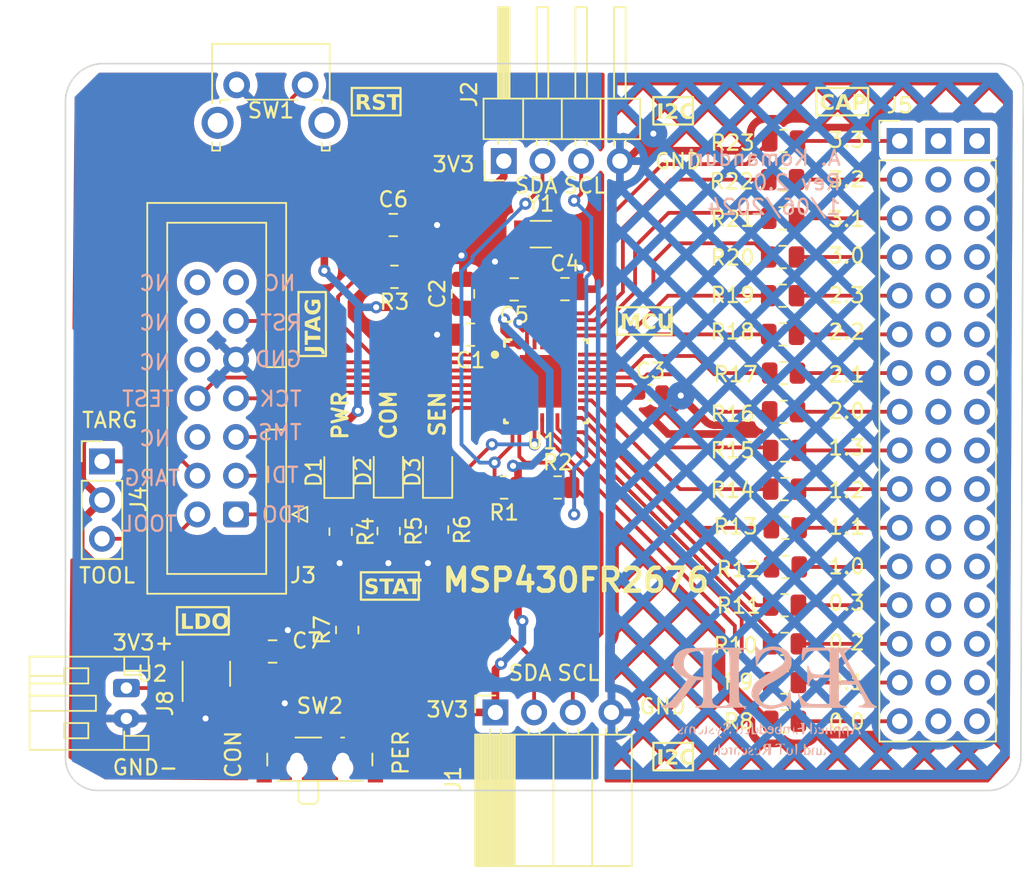
<source format=kicad_pcb>
(kicad_pcb (version 20221018) (generator pcbnew)
  (layers (0 "F.Cu" signal) (31 "B.Cu" signal) (34 "B.Paste" user) (35 "F.Paste" user) (36 "B.SilkS" user "B.Silkscreen") (37 "F.SilkS" user "F.Silkscreen") (38 "B.Mask" user) (39 "F.Mask" user) (44 "Edge.Cuts" user))
  (net 0 "")
  (net 1 "+3V3")
  (net 2 "GND")
  (net 3 "/XOUT")
  (net 4 "/XIN")
  (net 5 "/RST")
  (net 6 "Net-(U2-NR)")
  (net 7 "/P1.0_LED")
  (net 8 "/P1.1_LED")
  (net 9 "/I2C_SDA")
  (net 10 "/I2C_SCL")
  (net 11 "/TDO")
  (net 12 "/VCC_TOOL")
  (net 13 "/TDI")
  (net 14 "/VCC_TARGET")
  (net 15 "/TMS")
  (net 17 "/TCK")
  (net 18 "/TEST")
  (net 23 "Net-(J5-Pin_1)")
  (net 24 "Net-(J5-Pin_2)")
  (net 25 "Net-(J5-Pin_3)")
  (net 26 "Net-(J5-Pin_4)")
  (net 27 "Net-(J5-Pin_5)")
  (net 28 "Net-(J5-Pin_6)")
  (net 29 "Net-(J5-Pin_7)")
  (net 30 "Net-(J5-Pin_8)")
  (net 31 "Net-(J5-Pin_9)")
  (net 32 "Net-(J5-Pin_10)")
  (net 33 "Net-(J5-Pin_11)")
  (net 34 "Net-(J5-Pin_12)")
  (net 35 "Net-(J5-Pin_13)")
  (net 36 "Net-(J5-Pin_14)")
  (net 37 "Net-(J5-Pin_15)")
  (net 38 "Net-(J5-Pin_16)")
  (net 39 "Net-(SW2-B)")
  (net 40 "/P2.2_MODE")
  (net 41 "CAP0.0")
  (net 42 "CAP0.1")
  (net 43 "CAP0.2")
  (net 44 "CAP0.3")
  (net 45 "CAP1.0")
  (net 46 "CAP1.1")
  (net 47 "CAP1.2")
  (net 48 "CAP1.3")
  (net 49 "CAP2.0")
  (net 50 "CAP2.1")
  (net 51 "CAP2.2")
  (net 52 "CAP3.0")
  (net 53 "CAP2.3")
  (net 54 "CAP3.1")
  (net 55 "CAP3.2")
  (net 56 "CAP3.3")
  (net 57 "/VREG")
  (net 58 "Net-(D1-K)")
  (net 59 "Net-(D2-K)")
  (net 60 "Net-(D3-K)")
  (net 61 "Net-(J8-Pin_1)")
  (footprint "Resistor_SMD:R_0805_2012Metric" (layer "F.Cu") (at 155.487 68.18)
    (fp_text reference "R18")
    (fp_text value "470")
  )
  (footprint "Resistor_SMD:R_0805_2012Metric" (layer "F.Cu") (at 155.613 91.04)
    (fp_text reference "R9")
    (fp_text value "470")
  )
  (footprint "Capacitor_SMD:C_0603_1608Metric" (layer "F.Cu") (at 146.8 72)
    (fp_text reference "C3")
    (fp_text value "0u1")
  )
  (footprint "Resistor_SMD:R_0805_2012Metric" (layer "F.Cu") (at 155.613 88.5)
    (fp_text reference "R10")
    (fp_text value "470")
  )
  (footprint "AESIRLab:CSA_48PN_RECPT" (layer "F.Cu") (at 163.17 55.48)
    (fp_text reference "J5")
    (fp_text value "DINA")
  )
  (footprint "Capacitor_SMD:C_0805_2012Metric" (layer "F.Cu") (at 134.989892 68.2 180)
    (fp_text reference "C1")
    (fp_text value "4u7")
  )
  (footprint "Resistor_SMD:R_0805_2012Metric" (layer "F.Cu") (at 129.621228 81.09412 -90)
    (fp_text reference "R5")
    (fp_text value "10k")
  )
  (footprint "Resistor_SMD:R_0805_2012Metric" (layer "F.Cu") (at 155.55 70.72)
    (fp_text reference "R17")
    (fp_text value "470")
  )
  (footprint "Resistor_SMD:R_0805_2012Metric" (layer "F.Cu") (at 137.2 78.232 180)
    (fp_text reference "R1")
    (fp_text value "10k")
  )
  (footprint "LED_SMD:LED_0805_2012Metric" (layer "F.Cu") (at 132.834097 77.227414 90)
    (fp_text reference "D3")
    (fp_text value "BLUE")
  )
  (footprint "Capacitor_SMD:C_0805_2012Metric" (layer "F.Cu") (at 129.924 61)
    (fp_text reference "C6")
    (fp_text value "1n")
  )
  (footprint "Resistor_SMD:R_0805_2012Metric" (layer "F.Cu") (at 155.613 93.58)
    (fp_text reference "R8")
    (fp_text value "470")
  )
  (footprint "Resistor_SMD:R_0805_2012Metric" (layer "F.Cu") (at 155.487 65.64)
    (fp_text reference "R19")
    (fp_text value "470")
  )
  (footprint "Connector_IDC:IDC-Header_2x07_P2.54mm_Vertical" (layer "F.Cu") (at 119.6 80 180)
    (fp_text reference "J3")
    (fp_text value "Conn_02x07_Odd_Even")
  )
  (footprint "Resistor_SMD:R_0805_2012Metric" (layer "F.Cu") (at 155.66837 83.449653)
    (fp_text reference "R12")
    (fp_text value "470")
  )
  (footprint "Connector_PinHeader_2.54mm:PinHeader_1x04_P2.54mm_Horizontal" (layer "F.Cu") (at 137.18 56.8 90)
    (fp_text reference "J2")
    (fp_text value "Conn_01x04")
  )
  (footprint "Resistor_SMD:R_0805_2012Metric" (layer "F.Cu") (at 140.716 78.232)
    (fp_text reference "R2")
    (fp_text value "10k")
  )
  (footprint "Button_Switch_SMD:SW_SPDT_PCM12" (layer "F.Cu") (at 125.1 95.77)
    (fp_text reference "SW2")
    (fp_text value "SW_SPDT")
  )
  (footprint "Resistor_SMD:R_0805_2012Metric" (layer "F.Cu") (at 155.487 63.1)
    (fp_text reference "R20")
    (fp_text value "470")
  )
  (footprint "Resistor_SMD:R_0805_2012Metric" (layer "F.Cu") (at 155.55 73.26)
    (fp_text reference "R16")
    (fp_text value "470")
  )
  (footprint "Resistor_SMD:R_0805_2012Metric" (layer "F.Cu") (at 155.487 58.02)
    (fp_text reference "R22")
    (fp_text value "470")
  )
  (footprint "Resistor_SMD:R_0805_2012Metric" (layer "F.Cu") (at 126.466309 81.133567 -90)
    (fp_text reference "R4")
    (fp_text value "10k")
  )
  (footprint "Resistor_SMD:R_0805_2012Metric" (layer "F.Cu") (at 155.613 78.34)
    (fp_text reference "R14")
    (fp_text value "470")
  )
  (footprint "Resistor_SMD:R_0805_2012Metric" (layer "F.Cu") (at 126.9 87.5875 90)
    (fp_text reference "R7")
    (fp_text value "10k")
  )
  (footprint "Resistor_SMD:R_0805_2012Metric" (layer "F.Cu") (at 130 64.4 180)
    (fp_text reference "R3")
    (fp_text value "47k")
  )
  (footprint "Capacitor_SMD:C_0805_2012Metric" (layer "F.Cu") (at 122 89)
    (fp_text reference "C7")
    (fp_text value "10n")
  )
  (footprint "Capacitor_SMD:C_0805_2012Metric" (layer "F.Cu") (at 141.2 65.20929)
    (fp_text reference "C4")
    (fp_text value "22p")
  )
  (footprint "Button_Switch_THT:SW_Tactile_SPST_Angled_PTS645Vx39-2LFS" (layer "F.Cu") (at 119.64 51.8)
    (fp_text reference "SW1")
    (fp_text value "SW_Push")
  )
  (footprint "Connector_JST:JST_PH_S2B-PH-K_1x02_P2.00mm_Horizontal" (layer "F.Cu") (at 112.4 91.4 -90)
    (fp_text reference "J8")
    (fp_text value "Conn_01x02")
  )
  (footprint "Resistor_SMD:R_0805_2012Metric" (layer "F.Cu") (at 155.660275 80.88)
    (fp_text reference "R13")
    (fp_text value "470")
  )
  (footprint "Package_TO_SOT_SMD:SOT-23-5" (layer "F.Cu") (at 117.65 90.4625 90)
    (fp_text reference "U2")
    (fp_text value "TPS73633DBV")
  )
  (footprint "Connector_PinSocket_2.54mm:PinSocket_1x04_P2.54mm_Horizontal" (layer "F.Cu") (at 136.63 93 90)
    (fp_text reference "J1")
    (fp_text value "Conn_01x04")
  )
  (footprint "LED_SMD:LED_0805_2012Metric" (layer "F.Cu") (at 126.355998 77.236832 90)
    (fp_text reference "D1")
    (fp_text value "GREEN")
  )
  (footprint "Capacitor_SMD:C_0805_2012Metric" (layer "F.Cu") (at 137.860907 65.223302 180)
    (fp_text reference "C5")
    (fp_text value "22p")
  )
  (footprint "Resistor_SMD:R_0805_2012Metric" (layer "F.Cu") (at 155.487 60.56)
    (fp_text reference "R21")
    (fp_text value "470")
  )
  (footprint "Resistor_SMD:R_0805_2012Metric" (layer "F.Cu") (at 155.613 85.96)
    (fp_text reference "R11")
    (fp_text value "470")
  )
  (footprint "MSP430FR2676:RHB0032E" (layer "F.Cu") (at 139.95 71.26)
    (fp_text reference "U1")
    (fp_text value "MSP430FR2676TRHBR")
  )
  (footprint "Capacitor_SMD:C_0805_2012Metric" (layer "F.Cu") (at 134.5 65.515722 90)
    (fp_text reference "C2")
    (fp_text value "10u")
  )
  (footprint "LED_SMD:LED_0805_2012Metric" (layer "F.Cu") (at 129.601332 77.216849 90)
    (fp_text reference "D2")
    (fp_text value "RED")
  )
  (footprint "Connector_PinHeader_2.54mm:PinHeader_1x03_P2.54mm_Vertical" (layer "F.Cu") (at 110.8 76.52)
    (fp_text reference "J4")
    (fp_text value "Conn_01x03")
  )
  (footprint "Resistor_SMD:R_0805_2012Metric" (layer "F.Cu") (at 132.8 81 -90)
    (fp_text reference "R6")
    (fp_text value "10k")
  )
  (footprint "Resistor_SMD:R_0805_2012Metric" (layer "F.Cu") (at 155.613 75.8)
    (fp_text reference "R15")
    (fp_text value "470")
  )
  (footprint "Resistor_SMD:R_0805_2012Metric" (layer "F.Cu") (at 155.55 55.48)
    (fp_text reference "R23")
    (fp_text value "470")
  )
  (footprint "Crystal:Crystal_SMD_3215-2Pin_3.2x1.5mm" (layer "F.Cu") (at 139.607423 61.6)
    (fp_text reference "Y1")
    (fp_text value "32k768")
  )
  (footprint "LOGO" (layer "B.Cu") (at 154.6 92 180)
    (fp_text reference "G***" hide)
    (fp_text value "LOGO" hide)
  )
  (gr_rect (start 115.723007 86.090069) (end 119.123007 87.890069) (stroke (width 0.15)) (fill none) (layer "F.SilkS"))
  (gr_rect (start 123.7 69.6) (end 125.5 65.4) (stroke (width 0.15)) (fill none) (layer "F.SilkS"))
  (gr_rect (start 127.2 52) (end 130.4 53.8) (stroke (width 0.15)) (fill none) (layer "F.SilkS"))
  (gr_rect (start 147 95) (end 149.6 96.8) (stroke (width 0.15)) (fill none) (layer "F.SilkS"))
  (gr_circle (center 136.6 69.511528) (end 136.8 69.511528) (stroke (width 0.15)) (fill solid) (layer "F.SilkS"))
  (gr_rect (start 147 52.6) (end 149.6 54.4) (stroke (width 0.15)) (fill none) (layer "F.SilkS"))
  (gr_rect (start 157.7 52) (end 161.1 53.8) (stroke (width 0.15)) (fill none) (layer "F.SilkS"))
  (gr_rect (start 144.6 66.4) (end 148.2 68.2) (stroke (width 0.15)) (fill none) (layer "F.SilkS"))
  (gr_rect (start 127.8 83.8) (end 131.6 85.6) (stroke (width 0.15)) (fill none) (layer "F.SilkS"))
  (gr_line (start 108.4 52.8) (end 108.4 55.5) (stroke (width 0.1)) (layer "Edge.Cuts"))
  (gr_arc (start 110.597441 98.124354) (mid 109.048194 97.528204) (end 108.4 96) (stroke (width 0.1)) (layer "Edge.Cuts"))
  (gr_line (start 110.597441 98.124354) (end 169.00778 98.12824) (stroke (width 0.1)) (layer "Edge.Cuts"))
  (gr_line (start 169.7 50.4) (end 111 50.4) (stroke (width 0.1)) (layer "Edge.Cuts"))
  (gr_line (start 171.126059 96.096639) (end 171.289788 51.888777) (stroke (width 0.1)) (layer "Edge.Cuts"))
  (gr_arc (start 171.126059 96.096639) (mid 170.473149 97.536001) (end 169.00778 98.12824) (stroke (width 0.1)) (layer "Edge.Cuts"))
  (gr_arc (start 108.4 52.8) (mid 109.202944 51.061522) (end 111 50.4) (stroke (width 0.1)) (layer "Edge.Cuts"))
  (gr_arc (start 169.7 50.400001) (mid 170.764022 50.857) (end 171.289788 51.888777) (stroke (width 0.1)) (layer "Edge.Cuts"))
  (gr_line (start 108.4 55.5) (end 108.4 96) (stroke (width 0.1)) (layer "Edge.Cuts"))
  (gr_text "A. Komanduri\nRev 2.0\n1/06/2024" (at 159.4 60.4) (layer "B.SilkS") (effects (font (size 1 1)) (justify left bottom mirror)))
  (gr_text "TDO" (at 124.2 80.6) (layer "B.SilkS") (effects (font (size 1 1)) (justify left bottom mirror)))
  (gr_text "RST" (at 124 68) (layer "B.SilkS") (effects (font (size 1 1)) (justify left bottom mirror)))
  (gr_text "TARG" (at 116 78.2) (layer "B.SilkS") (effects (font (size 1 1)) (justify left bottom mirror)))
  (gr_text "NC" (at 115.4 68) (layer "B.SilkS") (effects (font (size 1 1)) (justify left bottom mirror)))
  (gr_text "TMS" (at 124 75.2) (layer "B.SilkS") (effects (font (size 1 1)) (justify left bottom mirror)))
  (gr_text "NC" (at 115.4 65.4) (layer "B.SilkS") (effects (font (size 1 1)) (justify left bottom mirror)))
  (gr_text "TDI" (at 123.8 78) (layer "B.SilkS") (effects (font (size 1 1)) (justify left bottom mirror)))
  (gr_text "TCK" (at 124 73) (layer "B.SilkS") (effects (font (size 1 1)) (justify left bottom mirror)))
  (gr_text "TOOL" (at 115.8 81.2) (layer "B.SilkS") (effects (font (size 1 1)) (justify left bottom mirror)))
  (gr_text "NC" (at 123.6 65.4) (layer "B.SilkS") (effects (font (size 1 1)) (justify left bottom mirror)))
  (gr_text "NC" (at 115.4 70.6) (layer "B.SilkS") (effects (font (size 1 1)) (justify left bottom mirror)))
  (gr_text "NC" (at 115.4 75.6) (layer "B.SilkS") (effects (font (size 1 1)) (justify left bottom mirror)))
  (gr_text "TEST" (at 115.6 73) (layer "B.SilkS") (effects (font (size 1 1)) (justify left bottom mirror)))
  (gr_text "GND" (at 124 70.4) (layer "B.SilkS") (effects (font (size 1 1)) (justify left bottom mirror)))
  (gr_text "PWR" (at 127.028397 75.2 90) (layer "F.SilkS") (effects (font (size 1 1) (thickness 0.2) bold) (justify left bottom)))
  (gr_text "GND-" (at 111.4 97.2) (layer "F.SilkS") (effects (font (size 1 1)) (justify left bottom)))
  (gr_text "3V3" (at 132 93.4) (layer "F.SilkS") (effects (font (size 1 1)) (justify left bottom)))
  (gr_text "1.1" (at 158.4 81.4) (layer "F.SilkS") (effects (font (size 1 1)) (justify left bottom)))
  (gr_text "0.0" (at 158.4 94.2) (layer "F.SilkS") (effects (font (size 1 1)) (justify left bottom)))
  (gr_text "MCU" (at 144.8 68) (layer "F.SilkS") (effects (font (size 1 1) (thickness 0.2) bold) (justify left bottom)))
  (gr_text "SDA" (at 137.8 59) (layer "F.SilkS") (effects (font (size 1 1)) (justify left bottom)))
  (gr_text "0.3" (at 158.4 86.4) (layer "F.SilkS") (effects (font (size 1 1)) (justify left bottom)))
  (gr_text "SCL" (at 140.6 91) (layer "F.SilkS") (effects (font (size 1 1)) (justify left bottom)))
  (gr_text "GND" (at 147 57.4) (layer "F.SilkS") (effects (font (size 1 1)) (justify left bottom)))
  (gr_text "LDO" (at 115.923007 87.690069) (layer "F.SilkS") (effects (font (size 1 1) (thickness 0.2) bold) (justify left bottom)))
  (gr_text "3.1" (at 158.4 61.2) (layer "F.SilkS") (effects (font (size 1 1)) (justify left bottom)))
  (gr_text "3.3" (at 158.4 56) (layer "F.SilkS") (effects (font (size 1 1)) (justify left bottom)))
  (gr_text "3.2" (at 158.4 58.6) (layer "F.SilkS") (effects (font (size 1 1)) (justify left bottom)))
  (gr_text "2.0" (at 158.4 73.8) (layer "F.SilkS") (effects (font (size 1 1)) (justify left bottom)))
  (gr_text "3V3+" (at 111.4 89) (layer "F.SilkS") (effects (font (size 1 1)) (justify left bottom)))
  (gr_text "CON" (at 120 97.4 90) (layer "F.SilkS") (effects (font (size 1 1)) (justify left bottom)))
  (gr_text "0.1" (at 158.4 91.6) (layer "F.SilkS") (effects (font (size 1 1)) (justify left bottom)))
  (gr_text "SDA" (at 137.4 91) (layer "F.SilkS") (effects (font (size 1 1)) (justify left bottom)))
  (gr_text "COM" (at 130.2 75.2 90) (layer "F.SilkS") (effects (font (size 1 1) (thickness 0.2) bold) (justify left bottom)))
  (gr_text "RST" (at 127.4 53.6) (layer "F.SilkS") (effects (font (size 1 1) (thickness 0.2) bold) (justify left bottom)))
  (gr_text "SEN" (at 133.4 75 90) (layer "F.SilkS") (effects (font (size 1 1) (thickness 0.2) bold) (justify left bottom)))
  (gr_text "3V3" (at 132.4 57.6) (layer "F.SilkS") (effects (font (size 1 1)) (justify left bottom)))
  (gr_text "3.0" (at 158.4 63.6) (layer "F.SilkS") (effects (font (size 1 1)) (justify left bottom)))
  (gr_text "1.2" (at 158.4 79) (layer "F.SilkS") (effects (font (size 1 1)) (justify left bottom)))
  (gr_text "1.3" (at 158.4 76.2) (layer "F.SilkS") (effects (font (size 1 1)) (justify left bottom)))
  (gr_text "CAP" (at 157.9 53.6) (layer "F.SilkS") (effects (font (size 1 1) (thickness 0.2) bold) (justify left bottom)))
  (gr_text "MSP430FR2676" (at 133 85.2) (layer "F.SilkS") (effects (font (size 1.5 1.5) (thickness 0.3) bold) (justify left bottom)))
  (gr_text "TOOL" (at 109.2 84.6) (layer "F.SilkS") (effects (font (size 1 1)) (justify left bottom)))
  (gr_text "GND" (at 146 93.2) (layer "F.SilkS") (effects (font (size 1 1)) (justify left bottom)))
  (gr_text "0.2" (at 158.4 89) (layer "F.SilkS") (effects (font (size 1 1)) (justify left bottom)))
  (gr_text "2.3" (at 158.4 66.2) (layer "F.SilkS") (effects (font (size 1 1)) (justify left bottom)))
  (gr_text "JTAG" (at 125.3 69.4 90) (layer "F.SilkS") (effects (font (size 1 1) (thickness 0.2) bold) (justify left bottom)))
  (gr_text "I2C" (at 147.2 54.2) (layer "F.SilkS") (effects (font (size 1 1) (thickness 0.2) bold) (justify left bottom)))
  (gr_text "SCL" (at 141 59) (layer "F.SilkS") (effects (font (size 1 1)) (justify left bottom)))
  (gr_text "STAT" (at 128 85.4) (layer "F.SilkS") (effects (font (size 1 1) (thickness 0.2) bold) (justify left bottom)))
  (gr_text "2.2" (at 158.4 68.6) (layer "F.SilkS") (effects (font (size 1 1)) (justify left bottom)))
  (gr_text "TARG" (at 109.4 74.4) (layer "F.SilkS") (effects (font (size 1 1)) (justify left bottom)))
  (gr_text "PER" (at 131 97.2 90) (layer "F.SilkS") (effects (font (size 1 1)) (justify left bottom)))
  (gr_text "2.1" (at 158.4 71.4) (layer "F.SilkS") (effects (font (size 1 1)) (justify left bottom)))
  (gr_text "1.0" (at 158.4 84) (layer "F.SilkS") (effects (font (size 1 1)) (justify left bottom)))
  (gr_text "I2C" (at 147.2 96.6) (layer "F.SilkS") (effects (font (size 1 1) (thickness 0.2) bold) (justify left bottom)))
  (segment (start 130.9125 65.7125) (end 130.9125 64.4) (width 0.5) (layer "F.Cu") (net 1))
  (segment (start 109.5 77.76) (end 109.5 75.22) (width 0.5) (layer "F.Cu") (net 1))
  (segment (start 128.69 93) (end 127.35 94.34) (width 0.5) (layer "F.Cu") (net 1))
  (segment (start 136.63 93) (end 128.69 93) (width 0.5) (layer "F.Cu") (net 1))
  (segment (start 138.1125 86.7125) (end 138.1125 78.232) (width 0.5) (layer "F.Cu") (net 1))
  (segment (start 130.4 66.4) (end 131 65.8) (width 0.5) (layer "F.Cu") (net 1))
  (segment (start 138.4 87) (end 138.1125 86.7125) (width 0.5) (layer "F.Cu") (net 1))
  (segment (start 137.2 67.935) (end 138.125 68.86) (width 0.5) (layer "F.Cu") (net 1))
  (segment (start 138.1125 77.137099) (end 137.788171 76.81277) (width 0.5) (layer "F.Cu") (net 1))
  (segment (start 135.939892 67.905614) (end 134.5 66.465722) (width 0.25) (layer "F.Cu") (net 1))
  (segment (start 125.4 60.928122) (end 125.4 64) (width 0.5) (layer "F.Cu") (net 1))
  (segment (start 132.434278 62.567804) (end 137.18 57.822082) (width 0.5) (layer "F.Cu") (net 1))
  (segment (start 131 65.8) (end 130.9125 65.7125) (width 0.5) (layer "F.Cu") (net 1))
  (segment (start 136.63 93) (end 136.63 90.17) (width 0.5) (layer "F.Cu") (net 1))
  (segment (start 126.355998 76.299332) (end 126.355998 74.444002) (width 0.5) (layer "F.Cu") (net 1))
  (segment (start 135.939892 68.2) (end 135.939892 67.905614) (width 0.25) (layer "F.Cu") (net 1))
  (segment (start 111.6 57.4) (end 121.871878 57.4) (width 0.5) (layer "F.Cu") (net 1))
  (segment (start 110.4 74.32) (end 110.4 58.6) (width 0.5) (layer "F.Cu") (net 1))
  (segment (start 137.2 67.2) (end 137.2 67.935) (width 0.5) (layer "F.Cu") (net 1))
  (segment (start 138.1125 78.232) (end 139.8035 78.232) (width 0.5) (layer "F.Cu") (net 1))
  (segment (start 138.200001 68.86) (end 136.599892 68.86) (width 0.25) (layer "F.Cu") (net 1))
  (segment (start 109.4 80.46) (end 110.8 79.06) (width 0.5) (layer "F.Cu") (net 1))
  (segment (start 110.4 58.6) (end 111.6 57.4) (width 0.5) (layer "F.Cu") (net 1))
  (segment (start 137.18 57.822082) (end 137.18 56.8) (width 0.5) (layer "F.Cu") (net 1))
  (segment (start 116.400001 89.325) (end 109.4 82.324999) (width 0.5) (layer "F.Cu") (net 1))
  (segment (start 138.1125 78.232) (end 138.1125 77.137099) (width 0.5) (layer "F.Cu") (net 1))
  (segment (start 109.4 82.324999) (end 109.4 80.46) (width 0.5) (layer "F.Cu") (net 1))
  (segment (start 110.8 79.06) (end 109.5 77.76) (width 0.5) (layer "F.Cu") (net 1))
  (segment (start 136.599892 68.86) (end 135.939892 68.2) (width 0.25) (layer "F.Cu") (net 1))
  (segment (start 116.7 89.325) (end 116.400001 89.325) (width 0.5) (layer "F.Cu") (net 1))
  (segment (start 130.9125 64.4) (end 132.434278 64.4) (width 0.5) (layer "F.Cu") (net 1))
  (segment (start 109.5 75.22) (end 110.4 74.32) (width 0.5) (layer "F.Cu") (net 1))
  (segment (start 121.871878 57.4) (end 125.4 60.928122) (width 0.5) (layer "F.Cu") (net 1))
  (segment (start 128.8 66.4) (end 130.4 66.4) (width 0.5) (layer "F.Cu") (net 1))
  (segment (start 126.355998 74.444002) (end 127.6 73.2) (width 0.5) (layer "F.Cu") (net 1))
  (segment (start 136.63 90.17) (end 137 89.8) (width 0.5) (layer "F.Cu") (net 1))
  (segment (start 132.434278 64.4) (end 134.5 66.465722) (width 0.5) (layer "F.Cu") (net 1))
  (segment (start 132.434278 64.4) (end 132.434278 62.567804) (width 0.5) (layer "F.Cu") (net 1))
  (via (at 137.2 67.2) (size 0.8) (drill 0.4) (layers "F.Cu" "B.Cu") (net 1))
  (via (at 137.788171 76.81277) (size 0.8) (drill 0.4) (layers "F.Cu" "B.Cu") (net 1))
  (via (at 137 89.8) (size 0.8) (drill 0.4) (layers "F.Cu" "B.Cu") (net 1))
  (via (at 138.4 87) (size 0.8) (drill 0.4) (layers "F.Cu" "B.Cu") (net 1))
  (via (at 125.4 64) (size 0.8) (drill 0.4) (layers "F.Cu" "B.Cu") (net 1))
  (via (at 127.6 73.2) (size 0.8) (drill 0.4) (layers "F.Cu" "B.Cu") (net 1))
  (via (at 128.8 66.4) (size 0.8) (drill 0.4) (layers "F.Cu" "B.Cu") (net 1))
  (segment (start 140.2 75.602082) (end 140.2 70.602082) (width 0.5) (layer "B.Cu") (net 1))
  (segment (start 138.4 88.4) (end 138.4 87) (width 0.5) (layer "B.Cu") (net 1))
  (segment (start 127.6 66.6) (end 127.8 66.4) (width 0.5) (layer "B.Cu") (net 1))
  (segment (start 137.788171 76.81277) (end 138.989312 76.81277) (width 0.5) (layer "B.Cu") (net 1))
  (segment (start 138.989312 76.81277) (end 140.2 75.602082) (width 0.5) (layer "B.Cu") (net 1))
  (segment (start 137 89.8) (end 138.4 88.4) (width 0.5) (layer "B.Cu") (net 1))
  (segment (start 127.6 73.2) (end 127.6 66.6) (width 0.5) (layer "B.Cu") (net 1))
  (segment (start 140.2 70.602082) (end 137.2 67.602082) (width 0.5) (layer "B.Cu") (net 1))
  (segment (start 127.8 66.4) (end 128.8 66.4) (width 0.5) (layer "B.Cu") (net 1))
  (segment (start 125.4 64) (end 127.8 66.4) (width 0.5) (layer "B.Cu") (net 1))
  (segment (start 137.2 67.602082) (end 137.2 67.2) (width 0.5) (layer "B.Cu") (net 1))
  (segment (start 129.621228 83.178772) (end 129.6 83.2) (width 0.5) (layer "F.Cu") (net 2))
  (segment (start 148.6 72) (end 148.8 72.2) (width 0.5) (layer "F.Cu") (net 2))
  (segment (start 122.85 92.45) (end 122.8 92.4) (width 0.5) (layer "F.Cu") (net 2))
  (segment (start 145.2 56.8) (end 147 55) (width 0.5) (layer "F.Cu") (net 2))
  (segment (start 129.621228 82.00662) (end 129.621228 83.178772) (width 0.5) (layer "F.Cu") (net 2))
  (segment (start 144.8 56.8) (end 145.2 56.8) (width 0.5) (layer "F.Cu") (net 2))
  (segment (start 134.039892 68.2) (end 132.8 68.2) (width 0.5) (layer "F.Cu") (net 2))
  (segment (start 138.7 70.009997) (end 139.95 71.259997) (width 0.25) (layer "F.Cu") (net 2))
  (segment (start 117.65 91.6) (end 117.65 93.35) (width 0.5) (layer "F.Cu") (net 2))
  (segment (start 132.8 81.9125) (end 132.8 82.6) (width 0.5) (layer "F.Cu") (net 2))
  (segment (start 147.575 72) (end 148.6 72) (width 0.5) (layer "F.Cu") (net 2))
  (segment (start 142.15 65.20929) (end 142.15 63.85) (width 0.5) (layer "F.Cu") (net 2))
  (segment (start 138.7 68.86) (end 138.7 67.9) (width 0.25) (layer "F.Cu") (net 2))
  (segment (start 117.65 93.35) (end 117.6 93.4) (width 0.5) (layer "F.Cu") (net 2))
  (segment (start 136.910907 63.710907) (end 136.6 63.4) (width 0.5) (layer "F.Cu") (net 2))
  (segment (start 122.85 94.34) (end 122.85 92.45) (width 0.5) (layer "F.Cu") (net 2))
  (segment (start 138.7 68.86) (end 138.7 70.009997) (width 0.25) (layer "F.Cu") (net 2))
  (segment (start 122.95 89) (end 122.95 87.65) (width 0.5) (layer "F.Cu") (net 2))
  (segment (start 134.5 64.565722) (end 134.5 63.1) (width 0.5) (layer "F.Cu") (net 2))
  (segment (start 138.7 67.9) (end 138.2 67.4) (width 0.25) (layer "F.Cu") (net 2))
  (segment (start 130.874 61) (end 132.8 61) (width 0.5) (layer "F.Cu") (net 2))
  (segment (start 122.95 87.65) (end 123 87.6) (width 0.5) (layer "F.Cu") (net 2))
  (segment (start 126.466309 82.046067) (end 126.466309 83.133691) (width 0.5) (layer "F.Cu") (net 2))
  (segment (start 134.5 63.1) (end 134.4 63) (width 0.5) (layer "F.Cu") (net 2))
  (segment (start 132.8 82.6) (end 132.2 83.2) (width 0.5) (layer "F.Cu") (net 2))
  (segment (start 142.15 63.85) (end 142.2 63.8) (width 0.5) (layer "F.Cu") (net 2))
  (segment (start 126.466309 83.133691) (end 126.4 83.2) (width 0.5) (layer "F.Cu") (net 2))
  (segment (start 136.910907 65.223302) (end 136.910907 63.710907) (width 0.5) (layer "F.Cu") (net 2))
  (via (at 129.6 83.2) (size 0.8) (drill 0.4) (layers "F.Cu" "B.Cu") (net 2))
  (via (at 147 55) (size 0.8) (drill 0.4) (layers "F.Cu" "B.Cu") (net 2))
  (via (at 148.8 72.2) (size 0.8) (drill 0.4) (layers "F.Cu" "B.Cu") (net 2))
  (via (at 122.8 92.4) (size 0.8) (drill 0.4) (layers "F.Cu" "B.Cu") (net 2))
  (via (at 126.4 83.2) (size 0.8) (drill 0.4) (layers "F.Cu" "B.Cu") (net 2))
  (via (at 138.2 67.4) (size 0.8) (drill 0.4) (layers "F.Cu" "B.Cu") (net 2))
  (via (at 136.6 63.4) (size 0.8) (drill 0.4) (layers "F.Cu" "B.Cu") (net 2))
  (via (at 132.8 68.2) (size 0.8) (drill 0.4) (layers "F.Cu" "B.Cu") (net 2))
  (via (at 132.8 61) (size 0.8) (drill 0.4) (layers "F.Cu" "B.Cu") (net 2))
  (via (at 123 87.6) (size 0.8) (drill 0.4) (layers "F.Cu" "B.Cu") (net 2))
  (via (at 142.2 63.8) (size 0.8) (drill 0.4) (layers "F.Cu" "B.Cu") (net 2))
  (via (at 134.4 63) (size 0.8) (drill 0.4) (layers "F.Cu" "B.Cu") (net 2))
  (via (at 132.2 83.2) (size 0.8) (drill 0.4) (layers "F.Cu" "B.Cu") (net 2))
  (via (at 117.6 93.4) (size 0.8) (drill 0.4) (layers "F.Cu" "B.Cu") (net 2))
  (segment (start 140.25 65.20929) (end 140.25 62.207423) (width 0.25) (layer "F.Cu") (net 3))
  (segment (start 139.7 68.86) (end 139.7 67.663608) (width 0.25) (layer "F.Cu") (net 3))
  (segment (start 140 65.45929) (end 140.25 65.20929) (width 0.25) (layer "F.Cu") (net 3))
  (segment (start 140.25 62.207423) (end 140.857423 61.6) (width 0.25) (layer "F.Cu") (net 3))
  (segment (start 140 67.363608) (end 140 65.45929) (width 0.25) (layer "F.Cu") (net 3))
  (segment (start 139.7 67.663608) (end 140 67.363608) (width 0.25) (layer "F.Cu") (net 3))
  (segment (start 139.200002 68.86) (end 139.200002 67.52721) (width 0.25) (layer "F.Cu") (net 4))
  (segment (start 138.810907 65.223302) (end 138.810907 62.053484) (width 0.25) (layer "F.Cu") (net 4))
  (segment (start 139.55 66.05439) (end 138.810907 65.315297) (width 0.25) (layer "F.Cu") (net 4))
  (segment (start 139.200002 67.52721) (end 139.55 67.177212) (width 0.25) (layer "F.Cu") (net 4))
  (segment (start 139.55 67.177212) (end 139.55 66.05439) (width 0.25) (layer "F.Cu") (net 4))
  (segment (start 138.810907 65.315297) (end 138.810907 65.223302) (width 0.25) (layer "F.Cu") (net 4))
  (segment (start 138.810907 62.053484) (end 138.357423 61.6) (width 0.25) (layer "F.Cu") (net 4))
  (segment (start 128.974 61) (end 123.265001 55.291001) (width 0.25) (layer "F.Cu") (net 5))
  (segment (start 129.0875 64.4) (end 129.0875 61.1135) (width 0.25) (layer "F.Cu") (net 5))
  (segment (start 124.6 67.3) (end 119.6 67.3) (width 0.25) (layer "F.Cu") (net 5))
  (segment (start 126.3 67.3) (end 126.3 65.7) (width 0.25) (layer "F.Cu") (net 5))
  (segment (start 126.3 67.3) (end 124.6 67.3) (width 0.25) (layer "F.Cu") (net 5))
  (segment (start 137.55 69.509998) (end 128.509998 69.509998) (width 0.25) (layer "F.Cu") (net 5))
  (segment (start 123.265001 55.291001) (end 123.265001 52.674999) (width 0.25) (layer "F.Cu") (net 5))
  (segment (start 126.3 65.7) (end 127.6 64.4) (width 0.25) (layer "F.Cu") (net 5))
  (segment (start 128.509998 69.509998) (end 126.3 67.3) (width 0.25) (layer "F.Cu") (net 5))
  (segment (start 127.6 64.4) (end 129.0875 64.4) (width 0.25) (layer "F.Cu") (net 5))
  (segment (start 129.0875 61.1135) (end 128.974 61) (width 0.25) (layer "F.Cu") (net 5))
  (segment (start 123.265001 52.674999) (end 124.14 51.8) (width 0.25) (layer "F.Cu") (net 5))
  (segment (start 118.6 89.325) (end 118.925 89) (width 0.25) (layer "F.Cu") (net 6))
  (segment (start 118.925 89) (end 121.05 89) (width 0.25) (layer "F.Cu") (net 6))
  (segment (start 129.601332 73.798668) (end 130.890003 72.509997) (width 0.25) (layer "F.Cu") (net 7))
  (segment (start 130.890003 72.509997) (end 137.55 72.509997) (width 0.25) (layer "F.Cu") (net 7))
  (segment (start 129.601332 76.279349) (end 129.601332 73.798668) (width 0.25) (layer "F.Cu") (net 7))
  (segment (start 132.834097 76.289914) (end 132.834097 74.165903) (width 0.25) (layer "F.Cu") (net 8))
  (segment (start 133.990001 73.009999) (end 137.55 73.009999) (width 0.25) (layer "F.Cu") (net 8))
  (segment (start 132.834097 74.165903) (end 133.990001 73.009999) (width 0.25) (layer "F.Cu") (net 8))
  (segment (start 139.17 89.57) (end 139.17 93) (width 0.25) (layer "F.Cu") (net 9))
  (segment (start 136.574695 76.6) (end 136.574695 77.944805) (width 0.25) (layer "F.Cu") (net 9))
  (segment (start 136.574695 77.944805) (end 136.2875 78.232) (width 0.25) (layer "F.Cu") (net 9))
  (segment (start 136.2875 78.232) (end 136.2875 86.6875) (width 0.25) (layer "F.Cu") (net 9))
  (segment (start 137.75 74.110001) (end 137.75 75.424695) (width 0.25) (layer "F.Cu") (net 9))
  (segment (start 136.574695 78.158805) (end 136.5015 78.232) (width 0.25) (layer "F.Cu") (net 9))
  (segment (start 139.72 56.8) (end 139.72 58.48) (width 0.25) (layer "F.Cu") (net 9))
  (segment (start 137.75 75.424695) (end 136.574695 76.6) (width 0.25) (layer "F.Cu") (net 9))
  (segment (start 139.72 58.48) (end 138.6 59.6) (width 0.25) (layer "F.Cu") (net 9))
  (segment (start 138.200001 73.66) (end 137.75 74.110001) (width 0.25) (layer "F.Cu") (net 9))
  (segment (start 136.2875 86.6875) (end 139.17 89.57) (width 0.25) (layer "F.Cu") (net 9))
  (via (at 138.6 59.6) (size 0.8) (drill 0.4) (layers "F.Cu" "B.Cu") (net 9))
  (via (at 136.574695 76.6) (size 0.8) (drill 0.4) (layers "F.Cu" "B.Cu") (net 9))
  (segment (start 135.125 63.075) (end 135.125 63.300305) (width 0.25) (layer "B.Cu") (net 9))
  (segment (start 136.6 76.6) (end 136.574695 76.6) (width 0.25) (layer "B.Cu") (net 9))
  (segment (start 134.4 64.025305) (end 134.4 75.4) (width 0.25) (layer "B.Cu") (net 9))
  (segment (start 135.6 76.6) (end 136.574695 76.6) (width 0.25) (layer "B.Cu") (net 9))
  (segment (start 138.6 59.6) (end 135.125 63.075) (width 0.25) (layer "B.Cu") (net 9))
  (segment (start 135.125 63.300305) (end 134.4 64.025305) (width 0.25) (layer "B.Cu") (net 9))
  (segment (start 134.4 75.4) (end 135.6 76.6) (width 0.25) (layer "B.Cu") (net 9))
  (segment (start 142.26 56.8) (end 142.26 58.94) (width 0.25) (layer "F.Cu") (net 10))
  (segment (start 141.8 80) (end 141.8 78.4035) (width 0.25) (layer "F.Cu") (net 10))
  (segment (start 141 76.6) (end 138.6 76.6) (width 0.25) (layer "F.Cu") (net 10))
  (segment (start 141.8 78.4035) (end 141.6285 78.232) (width 0.25) (layer "F.Cu") (net 10))
  (segment (start 141.71 93) (end 141.71 89.69) (width 0.25) (layer "F.Cu") (net 10))
  (segment (start 138.6 76.6) (end 138.2 76.2) (width 0.25) (layer "F.Cu") (net 10))
  (segment (start 138.2 74.734999) (end 138.7 74.234999) (width 0.25) (layer "F.Cu") (net 10))
  (segment (start 143.6 80) (end 141.832 78.232) (width 0.25) (layer "F.Cu") (net 10))
  (segment (start 142.26 58.94) (end 141.8 59.4) (width 0.25) (layer "F.Cu") (net 10))
  (segment (start 143.6 87.8) (end 143.6 80) (width 0.25) (layer "F.Cu") (net 10))
  (segment (start 141.71 89.69) (end 143.6 87.8) (width 0.25) (layer "F.Cu") (net 10))
  (segment (start 141.832 78.232) (end 141.6285 78.232) (width 0.25) (layer "F.Cu") (net 10))
  (segment (start 141.6285 77.2285) (end 141 76.6) (width 0.25) (layer "F.Cu") (net 10))
  (segment (start 138.2 76.2) (end 138.2 74.734999) (width 0.25) (layer "F.Cu") (net 10))
  (segment (start 138.7 74.234999) (end 138.7 73.66) (width 0.25) (layer "F.Cu") (net 10))
  (segment (start 141.6285 78.232) (end 141.6285 77.2285) (width 0.25) (layer "F.Cu") (net 10))
  (via (at 141.8 59.4) (size 0.8) (drill 0.4) (layers "F.Cu" "B.Cu") (net 10))
  (via (at 141.8 80) (size 0.8) (drill 0.4) (layers "F.Cu" "B.Cu") (net 10))
  (segment (start 141.8 76.974695) (end 141.8 80) (width 0.25) (layer "B.Cu") (net 10))
  (segment (start 142.6 64.425305) (end 142.6 76.174695) (width 0.25) (layer "B.Cu") (net 10))
  (segment (start 142.6 76.174695) (end 141.8 76.974695) (width 0.25) (layer "B.Cu") (net 10))
  (segment (start 142.925 60.525) (end 142.925 64.100305) (width 0.25) (layer "B.Cu") (net 10))
  (segment (start 142.925 64.100305) (end 142.6 64.425305) (width 0.25) (layer "B.Cu") (net 10))
  (segment (start 141.8 59.4) (end 142.925 60.525) (width 0.25) (layer "B.Cu") (net 10))
  (segment (start 124.6 78) (end 124.6 73.4) (width 0.25) (layer "F.Cu") (net 11))
  (segment (start 119.6 80) (end 122.6 80) (width 0.25) (layer "F.Cu") (net 11))
  (segment (start 122.6 80) (end 124.6 78) (width 0.25) (layer "F.Cu") (net 11))
  (segment (start 125.990002 72.009998) (end 137.55 72.009998) (width 0.25) (layer "F.Cu") (net 11))
  (segment (start 124.6 73.4) (end 125.990002 72.009998) (width 0.25) (layer "F.Cu") (net 11))
  (segment (start 110.8 81.6) (end 115.46 81.6) (width 0.25) (layer "F.Cu") (net 12))
  (segment (start 115.46 81.6) (end 117.06 80) (width 0.25) (layer "F.Cu") (net 12))
  (segment (start 125.69 71.51) (end 137.55 71.51) (width 0.25) (layer "F.Cu") (net 13))
  (segment (start 122.94 77.46) (end 124.15 76.25) (width 0.25) (layer "F.Cu") (net 13))
  (segment (start 124.15 76.25) (end 124.15 73.05) (width 0.25) (layer "F.Cu") (net 13))
  (segment (start 119.6 77.46) (end 122.94 77.46) (width 0.25) (layer "F.Cu") (net 13))
  (segment (start 124.15 73.05) (end 125.69 71.51) (width 0.25) (layer "F.Cu") (net 13))
  (segment (start 110.8 76.52) (end 116.12 76.52) (width 0.25) (layer "F.Cu") (net 14))
  (segment (start 116.12 76.52) (end 117.06 77.46) (width 0.25) (layer "F.Cu") (net 14))
  (segment (start 125.390002 71.009998) (end 137.55 71.009998) (width 0.25) (layer "F.Cu") (net 15))
  (segment (start 123.6 74.2) (end 123.6 72.8) (width 0.25) (layer "F.Cu") (net 15))
  (segment (start 122.88 74.92) (end 123.6 74.2) (width 0.25) (layer "F.Cu") (net 15))
  (segment (start 123.6 72.8) (end 125.390002 71.009998) (width 0.25) (layer "F.Cu") (net 15))
  (segment (start 119.6 74.92) (end 122.88 74.92) (width 0.25) (layer "F.Cu") (net 15))
  (segment (start 124.85 70.55) (end 137.509999 70.55) (width 0.25) (layer "F.Cu") (net 17))
  (segment (start 137.509999 70.55) (end 137.55 70.509999) (width 0.25) (layer "F.Cu") (net 17))
  (segment (start 119.6 72.38) (end 123.02 72.38) (width 0.25) (layer "F.Cu") (net 17))
  (segment (start 123.02 72.38) (end 124.85 70.55) (width 0.25) (layer "F.Cu") (net 17))
  (segment (start 118.425 71.015) (end 122.985 71.015) (width 0.25) (layer "F.Cu") (net 18))
  (segment (start 117.06 72.38) (end 118.425 71.015) (width 0.25) (layer "F.Cu") (net 18))
  (segment (start 123.990003 70.009997) (end 137.55 70.009997) (width 0.25) (layer "F.Cu") (net 18))
  (segment (start 122.985 71.015) (end 123.990003 70.009997) (width 0.25) (layer "F.Cu") (net 18))
  (segment (start 156.4625 55.48) (end 163.17 55.48) (width 0.25) (layer "F.Cu") (net 23))
  (segment (start 156.3995 58.02) (end 163.17 58.02) (width 0.25) (layer "F.Cu") (net 24))
  (segment (start 156.3995 60.56) (end 163.17 60.56) (width 0.25) (layer "F.Cu") (net 25))
  (segment (start 156.3995 63.1) (end 163.17 63.1) (width 0.25) (layer "F.Cu") (net 26))
  (segment (start 156.3995 65.64) (end 163.17 65.64) (width 0.25) (layer "F.Cu") (net 27))
  (segment (start 156.3995 68.18) (end 163.17 68.18) (width 0.25) (layer "F.Cu") (net 28))
  (segment (start 156.4625 70.72) (end 163.17 70.72) (width 0.25) (layer "F.Cu") (net 29))
  (segment (start 156.4625 73.26) (end 163.17 73.26) (width 0.25) (layer "F.Cu") (net 30))
  (segment (start 156.5255 75.8) (end 163.17 75.8) (width 0.25) (layer "F.Cu") (net 31))
  (segment (start 156.5255 78.34) (end 163.17 78.34) (width 0.25) (layer "F.Cu") (net 32))
  (segment (start 156.572775 80.88) (end 163.17 80.88) (width 0.25) (layer "F.Cu") (net 33))
  (segment (start 156.58087 83.449653) (end 163.140347 83.449653) (width 0.25) (layer "F.Cu") (net 34))
  (segment (start 163.140347 83.449653) (end 163.17 83.42) (width 0.25) (layer "F.Cu") (net 34))
  (segment (start 156.5255 85.96) (end 163.17 85.96) (width 0.25) (layer "F.Cu") (net 35))
  (segment (start 156.5255 88.5) (end 163.17 88.5) (width 0.25) (layer "F.Cu") (net 36))
  (segment (start 156.5255 91.04) (end 163.17 91.04) (width 0.25) (layer "F.Cu") (net 37))
  (segment (start 156.5255 93.58) (end 163.17 93.58) (width 0.25) (layer "F.Cu") (net 38))
  (segment (start 126.9 88.5) (end 125.85 89.55) (width 0.25) (layer "F.Cu") (net 39))
  (segment (start 125.85 89.55) (end 125.85 94.34) (width 0.25) (layer "F.Cu") (net 39))
  (segment (start 129.925 86.675) (end 126.9 86.675) (width 0.25) (layer "F.Cu") (net 40))
  (segment (start 136.4 75.4) (end 134.8 77) (width 0.25) (layer "F.Cu") (net 40))
  (segment (start 134.8 81.8) (end 129.925 86.675) (width 0.25) (layer "F.Cu") (net 40))
  (segment (start 139.200002 73.66) (end 139.200002 75.399998) (width 0.25) (layer "F.Cu") (net 40))
  (segment (start 134.8 77) (end 134.8 81.8) (width 0.25) (layer "F.Cu") (net 40))
  (segment (start 139.200002 75.399998) (end 139.2 75.4) (width 0.25) (layer "F.Cu") (net 40))
  (via (at 136.4 75.4) (size 0.8) (drill 0.4) (layers "F.Cu" "B.Cu") (net 40))
  (via (at 139.2 75.4) (size 0.8) (drill 0.4) (layers "F.Cu" "B.Cu") (net 40))
  (segment (start 139.2 75.4) (end 136.4 75.4) (width 0.25) (layer "B.Cu") (net 40))
  (segment (start 152.35 91.2295) (end 154.7005 93.58) (width 0.25) (layer "F.Cu") (net 41))
  (segment (start 139.7 74.663604) (end 152.35 87.313604) (width 0.25) (layer "F.Cu") (net 41))
  (segment (start 139.7 73.66) (end 139.7 74.663604) (width 0.25) (layer "F.Cu") (net 41))
  (segment (start 152.35 87.313604) (end 152.35 91.2295) (width 0.25) (layer "F.Cu") (net 41))
  (segment (start 141.192212 75.5) (end 141.5 75.5) (width 0.25) (layer "F.Cu") (net 42))
  (segment (start 152.8 86.8) (end 152.8 89.1395) (width 0.25) (layer "F.Cu") (net 42))
  (segment (start 140.200002 73.66) (end 140.200002 74.50779) (width 0.25) (layer "F.Cu") (net 42))
  (segment (start 141.5 75.5) (end 152.8 86.8) (width 0.25) (layer "F.Cu") (net 42))
  (segment (start 152.8 89.1395) (end 154.7005 91.04) (width 0.25) (layer "F.Cu") (net 42))
  (segment (start 140.200002 74.50779) (end 141.192212 75.5) (width 0.25) (layer "F.Cu") (net 42))
  (segment (start 140.700001 73.66) (end 140.700001 74.371393) (width 0.25) (layer "F.Cu") (net 43))
  (segment (start 140.700001 74.371393) (end 141.378608 75.05) (width 0.25) (layer "F.Cu") (net 43))
  (segment (start 142.05 75.05) (end 154.7005 87.7005) (width 0.25) (layer "F.Cu") (net 43))
  (segment (start 141.378608 75.05) (end 142.05 75.05) (width 0.25) (layer "F.Cu") (net 43))
  (segment (start 154.7005 87.7005) (end 154.7005 88.5) (width 0.25) (layer "F.Cu") (net 43))
  (segment (start 141.565004 74.6) (end 142.4 74.6) (width 0.25) (layer "F.Cu") (net 44))
  (segment (start 141.2 73.66) (end 141.2 74.234996) (width 0.25) (layer "F.Cu") (net 44))
  (segment (start 153.76 85.96) (end 154.7005 85.96) (width 0.25) (layer "F.Cu") (net 44))
  (segment (start 141.2 74.234996) (end 141.565004 74.6) (width 0.25) (layer "F.Cu") (net 44))
  (segment (start 142.4 74.6) (end 153.76 85.96) (width 0.25) (layer "F.Cu") (net 44))
  (segment (start 141.700002 73.66) (end 142.311803 73.66) (width 0.25) (layer "F.Cu") (net 45))
  (segment (start 142.311803 73.66) (end 152.101456 83.449653) (width 0.25) (layer "F.Cu") (net 45))
  (segment (start 152.101456 83.449653) (end 154.75587 83.449653) (width 0.25) (layer "F.Cu") (net 45))
  (segment (start 150.220001 80.88) (end 154.747775 80.88) (width 0.25) (layer "F.Cu") (net 46))
  (segment (start 142.35 73.009999) (end 150.220001 80.88) (width 0.25) (layer "F.Cu") (net 46))
  (segment (start 142.924996 72.509997) (end 148.754999 78.34) (width 0.25) (layer "F.Cu") (net 47))
  (segment (start 142.35 72.509997) (end 142.924996 72.509997) (width 0.25) (layer "F.Cu") (net 47))
  (segment (start 148.754999 78.34) (end 154.7005 78.34) (width 0.25) (layer "F.Cu") (net 47))
  (segment (start 144.009998 72.009998) (end 147.6 75.6) (width 0.25) (layer "F.Cu") (net 48))
  (segment (start 147.6 75.6) (end 154.5005 75.6) (width 0.25) (layer "F.Cu") (net 48))
  (segment (start 154.5005 75.6) (end 154.7005 75.8) (width 0.25) (layer "F.Cu") (net 48))
  (segment (start 142.35 72.009998) (end 144.009998 72.009998) (width 0.25) (layer "F.Cu") (net 48))
  (segment (start 146.6 70.8) (end 148.6 70.8) (width 0.25) (layer "F.Cu") (net 49))
  (segment (start 142.35 71.009998) (end 146.390002 71.009998) (width 0.25) (layer "F.Cu") (net 49))
  (segment (start 151.06 73.26) (end 154.6375 73.26) (width 0.25) (layer "F.Cu") (net 49))
  (segment (start 146.390002 71.009998) (end 146.6 70.8) (width 0.25) (layer "F.Cu") (net 49))
  (segment (start 148.6 70.8) (end 151.06 73.26) (width 0.25) (layer "F.Cu") (net 49))
  (segment (start 151 70.8) (end 151.08 70.72) (width 0.25) (layer "F.Cu") (net 50))
  (segment (start 146.4 69.6) (end 149.8 69.6) (width 0.25) (layer "F.Cu") (net 50))
  (segment (start 151.08 70.72) (end 154.6375 70.72) (width 0.25) (layer "F.Cu") (net 50))
  (segment (start 149.8 69.6) (end 151 70.8) (width 0.25) (layer "F.Cu") (net 50))
  (segment (start 145.490001 70.509999) (end 146.4 69.6) (width 0.25) (layer "F.Cu") (net 50))
  (segment (start 142.35 70.509999) (end 145.490001 70.509999) (width 0.25) (layer "F.Cu") (net 50))
  (segment (start 144.990003 70.009997) (end 146.82 68.18) (width 0.25) (layer "F.Cu") (net 51))
  (segment (start 142.35 70.009997) (end 144.990003 70.009997) (width 0.25) (layer "F.Cu") (net 51))
  (segment (start 146.82 68.18) (end 154.5745 68.18) (width 0.25) (layer "F.Cu") (net 51))
  (segment (start 141.95 68.25) (end 143.95 68.25) (width 0.25) (layer "F.Cu") (net 52))
  (segment (start 141.700002 68.86) (end 141.700002 68.499998) (width 0.25) (layer "F.Cu") (net 52))
  (segment (start 143.95 68.25) (end 147 65.2) (width 0.25) (layer "F.Cu") (net 52))
  (segment (start 147 65.2) (end 147 63.4) (width 0.25) (layer "F.Cu") (net 52))
  (segment (start 147 63.4) (end 148.2 62.2) (width 0.25) (layer "F.Cu") (net 52))
  (segment (start 148.2 62.2) (end 153.6745 62.2) (width 0.25) (layer "F.Cu") (net 52))
  (segment (start 153.6745 62.2) (end 154.5745 63.1) (width 0.25) (layer "F.Cu") (net 52))
  (segment (start 141.700002 68.499998) (end 141.95 68.25) (width 0.25) (layer "F.Cu") (net 52))
  (segment (start 144.090002 69.509998) (end 147.96 65.64) (width 0.25) (layer "F.Cu") (net 53))
  (segment (start 142.35 69.509998) (end 144.090002 69.509998) (width 0.25) (layer "F.Cu") (net 53))
  (segment (start 147.96 65.64) (end 154.5745 65.64) (width 0.25) (layer "F.Cu") (net 53))
  (segment (start 141.2 68.86) (end 141.2 68.285004) (width 0.25) (layer "F.Cu") (net 54))
  (segment (start 145.8 62.4) (end 148 60.2) (width 0.25) (layer "F.Cu") (net 54))
  (segment (start 141.2 68.285004) (end 141.685004 67.8) (width 0.25) (layer "F.Cu") (net 54))
  (segment (start 145.8 65.4) (end 145.8 62.4) (width 0.25) (layer "F.Cu") (net 54))
  (segment (start 143.4 67.8) (end 145.8 65.4) (width 0.25) (layer "F.Cu") (net 54))
  (segment (start 154.2145 60.2) (end 154.5745 60.56) (width 0.25) (layer "F.Cu") (net 54))
  (segment (start 148 60.2) (end 154.2145 60.2) (width 0.25) (layer "F.Cu") (net 54))
  (segment (start 141.685004 67.8) (end 143.4 67.8) (width 0.25) (layer "F.Cu") (net 54))
  (segment (start 143.15 67.25) (end 145 65.4) (width 0.25) (layer "F.Cu") (net 55))
  (segment (start 140.650002 68.850002) (end 140.650002 68) (width 0.25) (layer "F.Cu") (net 55))
  (segment (start 148.18 58.02) (end 154.5745 58.02) (width 0.25) (layer "F.Cu") (net 55))
  (segment (start 141.400002 67.25) (end 143.15 67.25) (width 0.25) (layer "F.Cu") (net 55))
  (segment (start 140.700001 68.86) (end 140.66 68.86) (width 0.25) (layer "F.Cu") (net 55))
  (segment (start 140.650002 68) (end 141.400002 67.25) (width 0.25) (layer "F.Cu") (net 55))
  (segment (start 145 61.2) (end 148.18 58.02) (width 0.25) (layer "F.Cu") (net 55))
  (segment (start 145 65.4) (end 145 61.2) (width 0.25) (layer "F.Cu") (net 55))
  (segment (start 140.66 68.86) (end 140.650002 68.850002) (width 0.25) (layer "F.Cu") (net 55))
  (segment (start 142.8 66.8) (end 144.4 65.2) (width 0.25) (layer "F.Cu") (net 56))
  (segment (start 141.2 66.8) (end 142.8 66.8) (width 0.25) (layer "F.Cu") (net 56))
  (segment (start 140.200002 68.86) (end 140.200002 67.800002) (width 0.25) (layer "F.Cu") (net 56))
  (segment (start 147.6 57) (end 153.1175 57) (width 0.25) (layer "F.Cu") (net 56))
  (segment (start 144.4 65.2) (end 144.4 60.2) (width 0.25) (layer "F.Cu") (net 56))
  (segment (start 140.2 67.8) (end 141.2 66.8) (width 0.25) (layer "F.Cu") (net 56))
  (segment (start 144.4 60.2) (end 147.6 57) (width 0.25) (layer "F.Cu") (net 56))
  (segment (start 140.200002 67.800002) (end 140.2 67.8) (width 0.25) (layer "F.Cu") (net 56))
  (segment (start 153.1175 57) (end 154.6375 55.48) (width 0.25) (layer "F.Cu") (net 56))
  (segment (start 142.35 71.51) (end 145.535 71.51) (width 0.25) (layer "F.Cu") (net 57))
  (segment (start 145.535 71.51) (end 146.025 72) (width 0.25) (layer "F.Cu") (net 57))
  (segment (start 126.355998 78.174332) (end 126.355998 80.110756) (width 0.25) (layer "F.Cu") (net 58))
  (segment (start 126.355998 80.110756) (end 126.466309 80.221067) (width 0.25) (layer "F.Cu") (net 58))
  (segment (start 129.601332 80.161724) (end 129.621228 80.18162) (width 0.25) (layer "F.Cu") (net 59))
  (segment (start 129.601332 78.154349) (end 129.601332 80.161724) (width 0.25) (layer "F.Cu") (net 59))
  (segment (start 132.834097 78.164914) (end 132.834097 80.053403) (width 0.25) (layer "F.Cu") (net 60))
  (segment (start 132.834097 80.053403) (end 132.8 80.0875) (width 0.25) (layer "F.Cu") (net 60))
  (segment (start 116.7 90.937501) (end 117.025001 90.6125) (width 0.25) (layer "F.Cu") (net 61))
  (segment (start 118.6 90.937501) (end 118.6 91.6) (width 0.25) (layer "F.Cu") (net 61))
  (segment (start 116.5 91.4) (end 116.7 91.6) (width 0.25) (layer "F.Cu") (net 61))
  (segment (start 112.4 91.4) (end 116.5 91.4) (width 0.25) (layer "F.Cu") (net 61))
  (segment (start 117.025001 90.6125) (end 118.274999 90.6125) (width 0.25) (layer "F.Cu") (net 61))
  (segment (start 116.7 91.6) (end 116.7 90.937501) (width 0.25) (layer "F.Cu") (net 61))
  (segment (start 118.274999 90.6125) (end 118.6 90.937501) (width 0.25) (layer "F.Cu") (net 61))
  (zone (net 2) (net_name "GND") (layer "F.Cu") (priority 2) (connect_pads (clearance 0.5)) (min_thickness 0.25) (fill yes (thermal_gap 0.5) (thermal_bridge_width 0.5))
    (polygon (pts (xy 110.6 51) (xy 109 52.6) (xy 108.6 96) (xy 111 97.4) (xy 143.6 97.6) (xy 143.8 51)))
  )
  (zone (net 2) (net_name "GND") (layer "F.Cu") (priority 1) (connect_pads (clearance 0.5)) (min_thickness 0.25) (fill yes (mode hatch) (thermal_gap 0.5) (thermal_bridge_width 0.5) (hatch_thickness 0.508) (hatch_gap 1) (hatch_orientation 45) (hatch_border_algorithm hatch_thickness) (hatch_min_hole_area 0.3))
    (polygon (pts (xy 144 51.2) (xy 143.8 97.6) (xy 169 97.6) (xy 170.4 96) (xy 170.6 52.4) (xy 169.6 51.2)))
  )
  (zone (net 2) (net_name "GND") (layer "B.Cu") (connect_pads (clearance 0.5)) (min_thickness 0.25) (fill yes (thermal_gap 0.5) (thermal_bridge_width 0.5))
    (polygon (pts (xy 109 52.6) (xy 108.8 96.2) (xy 111 97.4) (xy 143.4 97.4) (xy 143.6 51) (xy 110.6 51)))
  )
  (zone (net 2) (net_name "GND") (layer "B.Cu") (priority 1) (connect_pads (clearance 0.5)) (min_thickness 0.25) (fill yes (mode hatch) (thermal_gap 0.5) (thermal_bridge_width 0.5) (hatch_thickness 0.508) (hatch_gap 1.5) (hatch_orientation 45) (hatch_border_algorithm hatch_thickness) (hatch_min_hole_area 0.3))
    (polygon (pts (xy 144 51) (xy 143.8 97.4) (xy 169 97.4) (xy 170.4 95.8) (xy 170.6 52.2) (xy 169.6 51)))
  )
)
</source>
